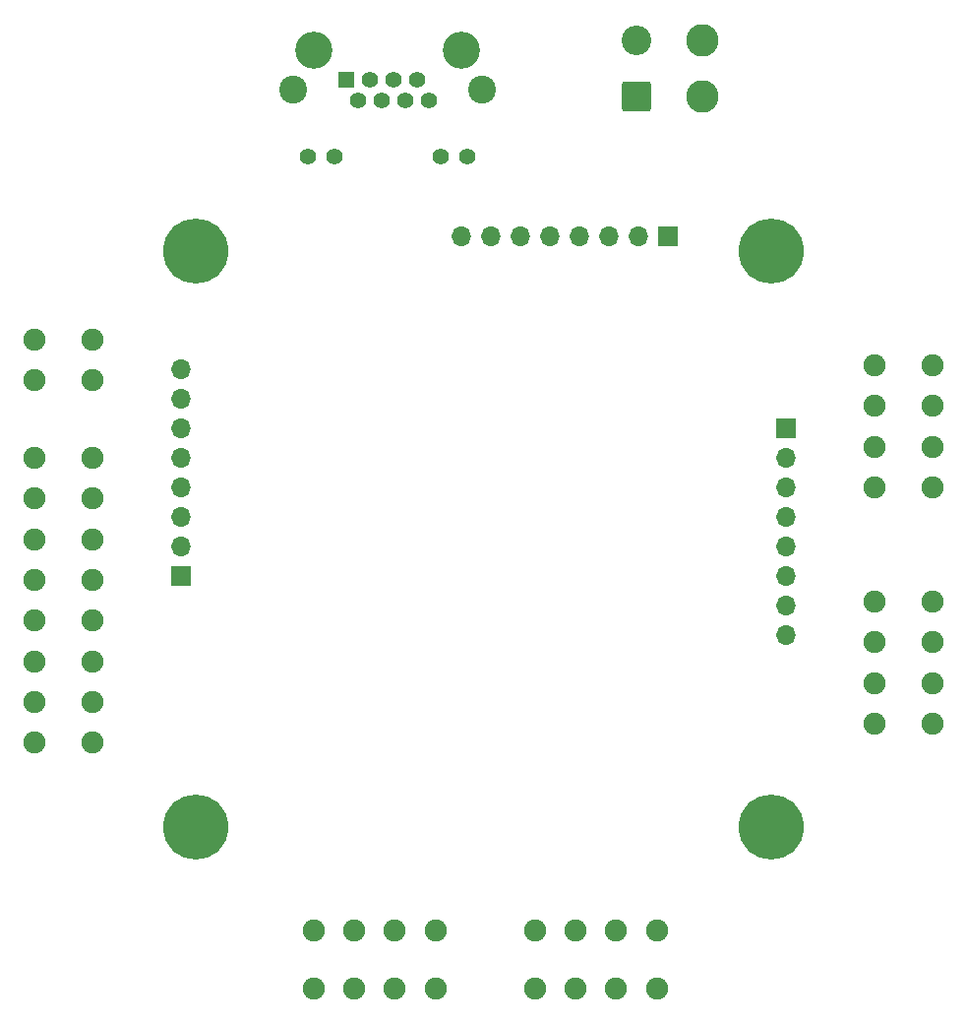
<source format=gbs>
G04 #@! TF.GenerationSoftware,KiCad,Pcbnew,9.0.0*
G04 #@! TF.CreationDate,2025-02-28T23:28:00-08:00*
G04 #@! TF.ProjectId,Constellation Saddle V1.1,436f6e73-7465-46c6-9c61-74696f6e2053,rev?*
G04 #@! TF.SameCoordinates,Original*
G04 #@! TF.FileFunction,Soldermask,Bot*
G04 #@! TF.FilePolarity,Negative*
%FSLAX46Y46*%
G04 Gerber Fmt 4.6, Leading zero omitted, Abs format (unit mm)*
G04 Created by KiCad (PCBNEW 9.0.0) date 2025-02-28 23:28:00*
%MOMM*%
%LPD*%
G01*
G04 APERTURE LIST*
G04 Aperture macros list*
%AMRoundRect*
0 Rectangle with rounded corners*
0 $1 Rounding radius*
0 $2 $3 $4 $5 $6 $7 $8 $9 X,Y pos of 4 corners*
0 Add a 4 corners polygon primitive as box body*
4,1,4,$2,$3,$4,$5,$6,$7,$8,$9,$2,$3,0*
0 Add four circle primitives for the rounded corners*
1,1,$1+$1,$2,$3*
1,1,$1+$1,$4,$5*
1,1,$1+$1,$6,$7*
1,1,$1+$1,$8,$9*
0 Add four rect primitives between the rounded corners*
20,1,$1+$1,$2,$3,$4,$5,0*
20,1,$1+$1,$4,$5,$6,$7,0*
20,1,$1+$1,$6,$7,$8,$9,0*
20,1,$1+$1,$8,$9,$2,$3,0*%
G04 Aperture macros list end*
%ADD10R,1.700000X1.700000*%
%ADD11O,1.700000X1.700000*%
%ADD12C,3.200000*%
%ADD13R,1.408000X1.408000*%
%ADD14C,1.408000*%
%ADD15C,2.400000*%
%ADD16C,1.900000*%
%ADD17C,5.600000*%
%ADD18C,2.800000*%
%ADD19RoundRect,0.249999X1.025001X-1.025001X1.025001X1.025001X-1.025001X1.025001X-1.025001X-1.025001X0*%
%ADD20C,2.550000*%
G04 APERTURE END LIST*
D10*
X69850000Y-27940000D03*
D11*
X67310000Y-27940000D03*
X64770001Y-27940000D03*
X62230000Y-27940000D03*
X59690000Y-27940000D03*
X57150000Y-27940000D03*
X54610000Y-27940000D03*
X52069999Y-27940000D03*
D12*
X52070000Y-11938000D03*
X39370000Y-11938000D03*
D13*
X42150000Y-14478000D03*
D14*
X43170000Y-16258000D03*
X44190000Y-14478000D03*
X45210000Y-16258000D03*
X46230000Y-14478000D03*
X47250000Y-16258000D03*
X48270000Y-14478000D03*
X49290000Y-16258000D03*
X38860000Y-21077999D03*
X41150000Y-21078000D03*
X50290000Y-21078000D03*
X52580000Y-21077999D03*
D15*
X53845000Y-15368000D03*
X37595000Y-15368000D03*
D16*
X39370000Y-87630000D03*
X39370000Y-92630000D03*
X42870003Y-87630000D03*
X42870003Y-92630000D03*
X46370004Y-87630000D03*
X46370004Y-92630000D03*
X49870004Y-87630000D03*
X49870004Y-92630000D03*
D17*
X78740000Y-78740000D03*
D10*
X27940000Y-57150000D03*
D11*
X27940000Y-54610000D03*
X27940000Y-52070001D03*
X27940000Y-49530000D03*
X27940000Y-46990000D03*
X27940000Y-44450000D03*
X27940000Y-41910000D03*
X27940000Y-39369999D03*
D17*
X29210000Y-78740000D03*
D16*
X20320000Y-46990000D03*
X15320000Y-46990000D03*
X20320000Y-50490000D03*
X15320001Y-50490001D03*
X20320000Y-53990002D03*
X15320000Y-53990002D03*
X20320000Y-57490003D03*
X15320000Y-57490003D03*
X20320000Y-60990003D03*
X15320000Y-60990003D03*
X20320000Y-64490003D03*
X15320000Y-64490003D03*
X20320000Y-67990004D03*
X15320000Y-67990004D03*
X20320000Y-71490005D03*
X15320000Y-71490005D03*
X58420000Y-87630000D03*
X58420000Y-92630000D03*
X61920003Y-87630000D03*
X61920003Y-92630000D03*
X65420004Y-87630000D03*
X65420004Y-92630000D03*
X68920004Y-87630000D03*
X68920004Y-92630000D03*
X87630000Y-69850000D03*
X92630000Y-69850000D03*
X87630000Y-66349997D03*
X92630000Y-66349997D03*
X87630000Y-62849996D03*
X92630000Y-62849996D03*
X87630000Y-59349996D03*
X92630000Y-59349996D03*
D10*
X80010000Y-44450000D03*
D11*
X80010000Y-46990000D03*
X80010000Y-49530000D03*
X80010000Y-52070000D03*
X80010000Y-54610000D03*
X80010000Y-57150000D03*
X80010000Y-59690000D03*
X80010000Y-62230000D03*
D16*
X20320000Y-36830000D03*
X15320000Y-36830000D03*
X20320000Y-40330000D03*
X15320000Y-40330000D03*
D17*
X78740000Y-29210000D03*
D18*
X72865000Y-15900000D03*
X72865000Y-11100000D03*
D19*
X67150000Y-15900000D03*
D20*
X67150000Y-11099999D03*
D17*
X29210000Y-29210000D03*
D16*
X87630000Y-49530000D03*
X92630000Y-49530000D03*
X87630000Y-46029997D03*
X92630000Y-46029997D03*
X87630000Y-42529996D03*
X92630000Y-42529996D03*
X87630000Y-39029996D03*
X92630000Y-39029996D03*
M02*

</source>
